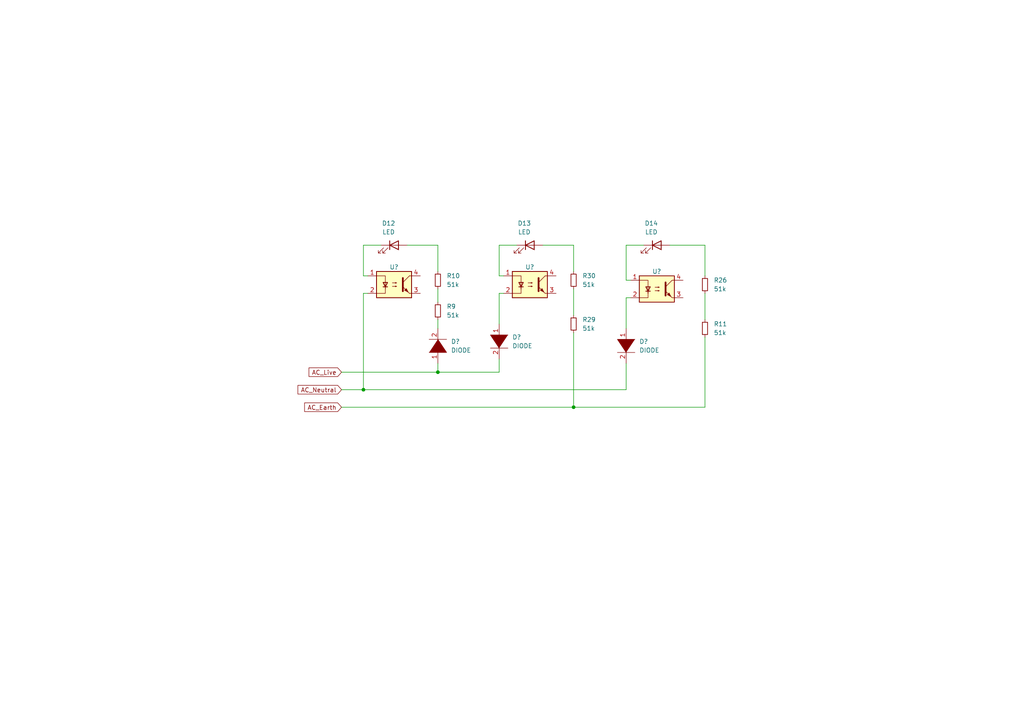
<source format=kicad_sch>
(kicad_sch (version 20211123) (generator eeschema)
  (paper "A4")
  (title_block (date "2022-05-21"))
  (lib_symbols
    (symbol "Device:LED" (pin_numbers hide) (pin_names (offset 1.016) hide)
      (property "Reference" "D" (at 0 2.54 0))
      (property "Value" "LED" (at 0 -2.54 0))
      (symbol "LED_0_1"
        (polyline (pts (xy -1.27 -1.27) (xy -1.27 1.27)) (stroke (width 0.254)))
        (polyline (pts (xy -1.27 0) (xy 1.27 0)))
        (polyline (pts (xy 1.27 -1.27) (xy 1.27 1.27) (xy -1.27 0) (xy 1.27 -1.27)) (stroke (width 0.254)))
        (polyline (pts (xy -3.048 -0.762) (xy -4.572 -2.286) (xy -3.81 -2.286) (xy -4.572 -2.286) (xy -4.572 -1.524)))
        (polyline (pts (xy -1.778 -0.762) (xy -3.302 -2.286) (xy -2.54 -2.286) (xy -3.302 -2.286) (xy -3.302 -1.524)))
      )
      (symbol "LED_1_1"
        (pin passive line (at -3.81 0 0) (length 2.54) (name "K") (number "1"))
        (pin passive line (at 3.81 0 180) (length 2.54) (name "A") (number "2"))
      )
    )
    (symbol "Device:R_Small" (pin_numbers hide) (pin_names (offset 0.254) hide)
      (property "Reference" "R" (at 0.762 0.508 0))
      (property "Value" "R_Small" (at 0.762 -1.016 0))
      (symbol "R_Small_0_1"
        (rectangle (start -0.762 1.778) (end 0.762 -1.778) (stroke (width 0.2032)))
      )
      (symbol "R_Small_1_1"
        (pin passive line (at 0 2.54 270) (length 0.762) (name "~") (number "1"))
        (pin passive line (at 0 -2.54 90) (length 0.762) (name "~") (number "2"))
      )
    )
    (symbol "Isolator:SFH617A-1" (pin_names (offset 1.016))
      (property "Reference" "U" (at -5.08 5.08 0))
      (property "Value" "SFH617A-1" (at 0 5.08 0))
      (symbol "SFH617A-1_0_1"
        (rectangle (start -5.08 3.81) (end 5.08 -3.81) (stroke (width 0.254)) (fill (type background)))
        (polyline (pts (xy -3.175 -0.635) (xy -1.905 -0.635)) (stroke (width 0.254)))
        (polyline (pts (xy 2.54 0.635) (xy 4.445 2.54)))
        (polyline (pts (xy 4.445 -2.54) (xy 2.54 -0.635)) (fill (type outline)))
        (polyline (pts (xy 4.445 -2.54) (xy 5.08 -2.54)))
        (polyline (pts (xy 4.445 2.54) (xy 5.08 2.54)))
        (polyline (pts (xy -2.54 -0.635) (xy -2.54 -2.54) (xy -5.08 -2.54)))
        (polyline (pts (xy 2.54 1.905) (xy 2.54 -1.905) (xy 2.54 -1.905)) (stroke (width 0.508)))
        (polyline (pts (xy -5.08 2.54) (xy -2.54 2.54) (xy -2.54 -1.27) (xy -2.54 0.635)))
        (polyline (pts (xy -2.54 -0.635) (xy -3.175 0.635) (xy -1.905 0.635) (xy -2.54 -0.635)) (stroke (width 0.254)))
        (polyline (pts (xy -0.508 -0.508) (xy 0.762 -0.508) (xy 0.381 -0.635) (xy 0.381 -0.381) (xy 0.762 -0.508)))
        (polyline (pts (xy -0.508 0.508) (xy 0.762 0.508) (xy 0.381 0.381) (xy 0.381 0.635) (xy 0.762 0.508)))
        (polyline (pts (xy 3.048 -1.651) (xy 3.556 -1.143) (xy 4.064 -2.159) (xy 3.048 -1.651) (xy 3.048 -1.651)) (fill (type outline)))
      )
      (symbol "SFH617A-1_1_1"
        (pin passive line (at -7.62 2.54 0) (length 2.54) (name "~") (number "1"))
        (pin passive line (at -7.62 -2.54 0) (length 2.54) (name "~") (number "2"))
        (pin passive line (at 7.62 -2.54 180) (length 2.54) (name "~") (number "3"))
        (pin passive line (at 7.62 2.54 180) (length 2.54) (name "~") (number "4"))
      )
    )
    (symbol "pspice:DIODE" (pin_names (offset 1.016) hide)
      (property "Reference" "D" (at 0 3.81 0))
      (property "Value" "DIODE" (at 0 -4.445 0))
      (symbol "DIODE_0_1"
        (polyline (pts (xy 1.905 2.54) (xy 1.905 -2.54)))
        (polyline (pts (xy -1.905 2.54) (xy -1.905 -2.54) (xy 1.905 0)) (fill (type outline)))
      )
      (symbol "DIODE_1_1"
        (pin input line (at -5.08 0 0) (length 3.81) (name "K") (number "1"))
        (pin input line (at 5.08 0 180) (length 3.81) (name "A") (number "2"))
      )
    )
  )
  (junction (at 105.41 113.03))
  (junction (at 127 107.95))
  (junction (at 166.37 118.11))
  (wire (pts (xy 105.41 80.01) (xy 106.68 80.01)))
  (wire (pts (xy 204.47 97.79) (xy 204.47 118.11)))
  (wire (pts (xy 99.06 107.95) (xy 127 107.95)))
  (wire (pts (xy 106.68 85.09) (xy 105.41 85.09)))
  (wire (pts (xy 149.86 71.12) (xy 144.78 71.12)))
  (wire (pts (xy 157.48 71.12) (xy 166.37 71.12)))
  (wire (pts (xy 99.06 113.03) (xy 105.41 113.03)))
  (wire (pts (xy 144.78 71.12) (xy 144.78 80.01)))
  (wire (pts (xy 146.05 85.09) (xy 144.78 85.09)))
  (wire (pts (xy 181.61 113.03) (xy 105.41 113.03)))
  (wire (pts (xy 127 105.41) (xy 127 107.95)))
  (wire (pts (xy 166.37 118.11) (xy 166.37 96.52)))
  (wire (pts (xy 127 71.12) (xy 127 78.74)))
  (wire (pts (xy 127 107.95) (xy 144.78 107.95)))
  (wire (pts (xy 99.06 118.11) (xy 166.37 118.11)))
  (wire (pts (xy 118.11 71.12) (xy 127 71.12)))
  (wire (pts (xy 186.69 71.12) (xy 181.61 71.12)))
  (wire (pts (xy 105.41 85.09) (xy 105.41 113.03)))
  (wire (pts (xy 127 83.82) (xy 127 87.63)))
  (wire (pts (xy 204.47 71.12) (xy 204.47 80.01)))
  (wire (pts (xy 166.37 118.11) (xy 204.47 118.11)))
  (wire (pts (xy 181.61 81.28) (xy 182.88 81.28)))
  (wire (pts (xy 127 92.71) (xy 127 95.25)))
  (wire (pts (xy 181.61 105.41) (xy 181.61 113.03)))
  (wire (pts (xy 204.47 71.12) (xy 194.31 71.12)))
  (wire (pts (xy 181.61 71.12) (xy 181.61 81.28)))
  (wire (pts (xy 166.37 71.12) (xy 166.37 78.74)))
  (wire (pts (xy 144.78 85.09) (xy 144.78 93.98)))
  (wire (pts (xy 181.61 86.36) (xy 181.61 95.25)))
  (wire (pts (xy 144.78 104.14) (xy 144.78 107.95)))
  (wire (pts (xy 105.41 71.12) (xy 105.41 80.01)))
  (wire (pts (xy 204.47 85.09) (xy 204.47 92.71)))
  (wire (pts (xy 166.37 83.82) (xy 166.37 91.44)))
  (wire (pts (xy 182.88 86.36) (xy 181.61 86.36)))
  (wire (pts (xy 110.49 71.12) (xy 105.41 71.12)))
  (wire (pts (xy 144.78 80.01) (xy 146.05 80.01)))
  (global_label "AC_Live" (shape input) (at 99.06 107.95 180) (property "Intersheet References" "${INTERSHEET_REFS}" (effects hide)))
  (global_label "AC_Earth" (shape input) (at 99.06 118.11 180) (property "Intersheet References" "${INTERSHEET_REFS}" (effects hide)))
  (global_label "AC_Neutral" (shape input) (at 99.06 113.03 180) (property "Intersheet References" "${INTERSHEET_REFS}" (effects hide)))
  (symbol (lib_id "Device:R_Small") (at 127 90.17 180) (unit 1)
    (property "Reference" "R9" (at 129.54 88.8999 0) (effects (justify right)))
    (property "Value" "51k" (at 129.54 91.4399 0) (effects (justify right)))
  )
  (symbol (lib_id "Device:LED") (at 153.67 71.12 0) (unit 1)
    (property "Reference" "D13" (at 152.0825 64.77 0))
    (property "Value" "LED" (at 152.0825 67.31 0))
  )
  (symbol (lib_id "Device:R_Small") (at 204.47 82.55 180) (unit 1)
    (property "Reference" "R26" (at 207.01 81.2799 0) (effects (justify right)))
    (property "Value" "51k" (at 207.01 83.8199 0) (effects (justify right)))
  )
  (symbol (lib_id "Device:LED") (at 114.3 71.12 0) (unit 1)
    (property "Reference" "D12" (at 112.7125 64.77 0))
    (property "Value" "LED" (at 112.7125 67.31 0))
  )
  (symbol (lib_id "Device:R_Small") (at 166.37 93.98 180) (unit 1)
    (property "Reference" "R29" (at 168.91 92.7099 0) (effects (justify right)))
    (property "Value" "51k" (at 168.91 95.2499 0) (effects (justify right)))
  )
  (symbol (lib_id "pspice:DIODE") (at 181.61 100.33 270) (unit 1)
    (property "Reference" "D?" (at 185.42 99.0599 90) (effects (justify left)))
    (property "Value" "DIODE" (at 185.42 101.5999 90) (effects (justify left)))
  )
  (symbol (lib_id "Device:R_Small") (at 204.47 95.25 180) (unit 1)
    (property "Reference" "R11" (at 207.01 93.9799 0) (effects (justify right)))
    (property "Value" "51k" (at 207.01 96.5199 0) (effects (justify right)))
  )
  (symbol (lib_id "pspice:DIODE") (at 127 100.33 90) (unit 1)
    (property "Reference" "D?" (at 130.81 99.0599 90) (effects (justify right)))
    (property "Value" "DIODE" (at 130.81 101.5999 90) (effects (justify right)))
  )
  (symbol (lib_id "Isolator:SFH617A-1") (at 153.67 82.55 0) (unit 1)
    (property "Reference" "U?" (at 153.67 77.47 0))
    (property "Value" "SFH617A-1" (effects hide))
    (property "Footprint" "Package_DIP:DIP-4_W7.62mm" (effects hide))
    (property "Datasheet" "http://www.vishay.com/docs/83740/sfh617a.pdf" (effects hide))
  )
  (symbol (lib_id "Device:LED") (at 190.5 71.12 0) (unit 1)
    (property "Reference" "D14" (at 188.9125 64.77 0))
    (property "Value" "LED" (at 188.9125 67.31 0))
  )
  (symbol (lib_id "Isolator:SFH617A-1") (at 190.5 83.82 0) (unit 1)
    (property "Reference" "U?" (at 190.5 78.74 0))
    (property "Value" "SFH617A-1" (effects hide))
    (property "Footprint" "Package_DIP:DIP-4_W7.62mm" (effects hide))
    (property "Datasheet" "http://www.vishay.com/docs/83740/sfh617a.pdf" (effects hide))
  )
  (symbol (lib_id "pspice:DIODE") (at 144.78 99.06 270) (unit 1)
    (property "Reference" "D?" (at 148.59 97.7899 90) (effects (justify left)))
    (property "Value" "DIODE" (at 148.59 100.3299 90) (effects (justify left)))
  )
  (symbol (lib_id "Device:R_Small") (at 166.37 81.28 180) (unit 1)
    (property "Reference" "R30" (at 168.91 80.0099 0) (effects (justify right)))
    (property "Value" "51k" (at 168.91 82.5499 0) (effects (justify right)))
  )
  (symbol (lib_id "Isolator:SFH617A-1") (at 114.3 82.55 0) (unit 1)
    (property "Reference" "U?" (at 114.3 77.47 0))
    (property "Value" "SFH617A-1" (effects hide))
    (property "Footprint" "Package_DIP:DIP-4_W7.62mm" (effects hide))
    (property "Datasheet" "http://www.vishay.com/docs/83740/sfh617a.pdf" (effects hide))
  )
  (symbol (lib_id "Device:R_Small") (at 127 81.28 180) (unit 1)
    (property "Reference" "R10" (at 129.54 80.0099 0) (effects (justify right)))
    (property "Value" "51k" (at 129.54 82.5499 0) (effects (justify right)))
  )
)
</source>
